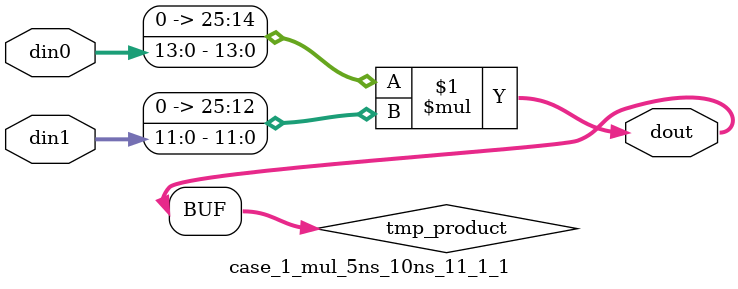
<source format=v>

`timescale 1 ns / 1 ps

 (* use_dsp = "no" *)  module case_1_mul_5ns_10ns_11_1_1(din0, din1, dout);
parameter ID = 1;
parameter NUM_STAGE = 0;
parameter din0_WIDTH = 14;
parameter din1_WIDTH = 12;
parameter dout_WIDTH = 26;

input [din0_WIDTH - 1 : 0] din0; 
input [din1_WIDTH - 1 : 0] din1; 
output [dout_WIDTH - 1 : 0] dout;

wire signed [dout_WIDTH - 1 : 0] tmp_product;
























assign tmp_product = $signed({1'b0, din0}) * $signed({1'b0, din1});











assign dout = tmp_product;





















endmodule

</source>
